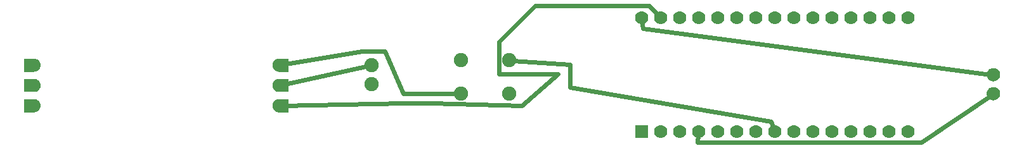
<source format=gbl>
G04 MADE WITH FRITZING*
G04 WWW.FRITZING.ORG*
G04 DOUBLE SIDED*
G04 HOLES PLATED*
G04 CONTOUR ON CENTER OF CONTOUR VECTOR*
%ASAXBY*%
%FSLAX23Y23*%
%MOIN*%
%OFA0B0*%
%SFA1.0B1.0*%
%ADD10C,0.075000*%
%ADD11C,0.070000*%
%ADD12C,0.045440*%
%ADD13R,0.070000X0.069972*%
%ADD14C,0.024000*%
%ADD15R,0.001000X0.001000*%
%LNCOPPER0*%
G90*
G70*
G54D10*
X2598Y416D03*
X2342Y416D03*
X2598Y593D03*
X2342Y593D03*
G54D11*
X3292Y216D03*
X3392Y216D03*
X3492Y216D03*
X3592Y216D03*
X3692Y216D03*
X3792Y216D03*
X3892Y216D03*
X3992Y216D03*
X4092Y216D03*
X4192Y216D03*
X4292Y216D03*
X4392Y216D03*
X4492Y216D03*
X4592Y216D03*
X4692Y216D03*
X3292Y816D03*
X3392Y816D03*
X3492Y816D03*
X3592Y816D03*
X3692Y816D03*
X3792Y816D03*
X3892Y816D03*
X3992Y816D03*
X4092Y816D03*
X4192Y816D03*
X4292Y816D03*
X4392Y816D03*
X4492Y816D03*
X4592Y816D03*
X4692Y816D03*
G54D12*
X93Y565D03*
X93Y459D03*
X93Y352D03*
X1392Y566D03*
X1392Y460D03*
X1392Y352D03*
G54D10*
X1873Y566D03*
X1873Y466D03*
G54D11*
X5142Y516D03*
X5142Y416D03*
G54D13*
X3292Y216D03*
G54D14*
X1405Y568D02*
X1822Y640D01*
D02*
X1822Y640D02*
X1942Y640D01*
D02*
X2191Y415D02*
X2325Y415D01*
D02*
X1942Y640D02*
X2040Y415D01*
D02*
X2040Y415D02*
X2191Y415D01*
D02*
X2040Y367D02*
X2191Y367D01*
D02*
X2191Y367D02*
X2662Y352D01*
D02*
X1405Y352D02*
X2040Y367D01*
D02*
X2662Y352D02*
X2854Y520D01*
D02*
X2854Y520D02*
X2542Y520D01*
D02*
X2542Y520D02*
X2542Y688D01*
D02*
X2542Y688D02*
X2734Y880D01*
D02*
X2734Y880D02*
X3334Y880D01*
D02*
X3334Y880D02*
X3380Y829D01*
D02*
X1856Y562D02*
X1404Y462D01*
D02*
X3986Y232D02*
X3972Y268D01*
X3972Y268D02*
X2916Y448D01*
X2916Y448D02*
X2916Y568D01*
X2916Y568D02*
X2616Y591D01*
D02*
X5127Y517D02*
X3300Y760D01*
X3300Y760D02*
X3295Y798D01*
D02*
X5130Y407D02*
X4764Y160D01*
X4764Y160D02*
X3588Y160D01*
X3588Y160D02*
X3591Y198D01*
G54D15*
X49Y600D02*
X103Y600D01*
X1383Y600D02*
X1437Y600D01*
X49Y599D02*
X108Y599D01*
X1378Y599D02*
X1437Y599D01*
X49Y598D02*
X111Y598D01*
X1375Y598D02*
X1437Y598D01*
X49Y597D02*
X114Y597D01*
X1373Y597D02*
X1437Y597D01*
X49Y596D02*
X116Y596D01*
X1371Y596D02*
X1437Y596D01*
X49Y595D02*
X117Y595D01*
X1369Y595D02*
X1437Y595D01*
X49Y594D02*
X119Y594D01*
X1367Y594D02*
X1437Y594D01*
X49Y593D02*
X120Y593D01*
X1366Y593D02*
X1437Y593D01*
X49Y592D02*
X121Y592D01*
X1365Y592D02*
X1437Y592D01*
X49Y591D02*
X122Y591D01*
X1364Y591D02*
X1437Y591D01*
X49Y590D02*
X123Y590D01*
X1363Y590D02*
X1437Y590D01*
X49Y589D02*
X124Y589D01*
X1362Y589D02*
X1437Y589D01*
X49Y588D02*
X125Y588D01*
X1361Y588D02*
X1437Y588D01*
X49Y587D02*
X126Y587D01*
X1360Y587D02*
X1437Y587D01*
X49Y586D02*
X127Y586D01*
X1359Y586D02*
X1437Y586D01*
X49Y585D02*
X127Y585D01*
X1359Y585D02*
X1437Y585D01*
X49Y584D02*
X128Y584D01*
X1358Y584D02*
X1437Y584D01*
X49Y583D02*
X129Y583D01*
X1357Y583D02*
X1437Y583D01*
X49Y582D02*
X129Y582D01*
X1357Y582D02*
X1437Y582D01*
X49Y581D02*
X130Y581D01*
X1356Y581D02*
X1437Y581D01*
X49Y580D02*
X130Y580D01*
X1356Y580D02*
X1437Y580D01*
X49Y579D02*
X131Y579D01*
X1355Y579D02*
X1437Y579D01*
X49Y578D02*
X131Y578D01*
X1355Y578D02*
X1437Y578D01*
X49Y577D02*
X131Y577D01*
X1355Y577D02*
X1437Y577D01*
X49Y576D02*
X132Y576D01*
X1354Y576D02*
X1437Y576D01*
X49Y575D02*
X132Y575D01*
X1354Y575D02*
X1437Y575D01*
X49Y574D02*
X132Y574D01*
X1354Y574D02*
X1437Y574D01*
X49Y573D02*
X133Y573D01*
X1354Y573D02*
X1437Y573D01*
X49Y572D02*
X133Y572D01*
X1353Y572D02*
X1437Y572D01*
X49Y571D02*
X133Y571D01*
X1353Y571D02*
X1437Y571D01*
X49Y570D02*
X133Y570D01*
X1353Y570D02*
X1437Y570D01*
X49Y569D02*
X133Y569D01*
X1353Y569D02*
X1437Y569D01*
X49Y568D02*
X133Y568D01*
X1353Y568D02*
X1437Y568D01*
X49Y567D02*
X133Y567D01*
X1353Y567D02*
X1437Y567D01*
X49Y566D02*
X133Y566D01*
X1353Y566D02*
X1437Y566D01*
X49Y565D02*
X133Y565D01*
X1353Y565D02*
X1437Y565D01*
X49Y564D02*
X133Y564D01*
X1353Y564D02*
X1437Y564D01*
X49Y563D02*
X133Y563D01*
X1353Y563D02*
X1437Y563D01*
X49Y562D02*
X133Y562D01*
X1353Y562D02*
X1437Y562D01*
X49Y561D02*
X133Y561D01*
X1353Y561D02*
X1437Y561D01*
X49Y560D02*
X133Y560D01*
X1353Y560D02*
X1437Y560D01*
X49Y559D02*
X133Y559D01*
X1353Y559D02*
X1437Y559D01*
X49Y558D02*
X133Y558D01*
X1354Y558D02*
X1437Y558D01*
X49Y557D02*
X132Y557D01*
X1354Y557D02*
X1437Y557D01*
X49Y556D02*
X132Y556D01*
X1354Y556D02*
X1437Y556D01*
X49Y555D02*
X132Y555D01*
X1354Y555D02*
X1437Y555D01*
X49Y554D02*
X131Y554D01*
X1355Y554D02*
X1437Y554D01*
X49Y553D02*
X131Y553D01*
X1355Y553D02*
X1437Y553D01*
X49Y552D02*
X131Y552D01*
X1356Y552D02*
X1437Y552D01*
X49Y551D02*
X130Y551D01*
X1356Y551D02*
X1437Y551D01*
X49Y550D02*
X130Y550D01*
X1356Y550D02*
X1437Y550D01*
X5137Y550D02*
X5148Y550D01*
X49Y549D02*
X129Y549D01*
X1357Y549D02*
X1437Y549D01*
X5133Y549D02*
X5152Y549D01*
X49Y548D02*
X129Y548D01*
X1358Y548D02*
X1437Y548D01*
X5130Y548D02*
X5155Y548D01*
X49Y547D02*
X128Y547D01*
X1358Y547D02*
X1437Y547D01*
X5128Y547D02*
X5157Y547D01*
X49Y546D02*
X127Y546D01*
X1359Y546D02*
X1437Y546D01*
X5126Y546D02*
X5159Y546D01*
X49Y545D02*
X127Y545D01*
X1360Y545D02*
X1437Y545D01*
X5124Y545D02*
X5161Y545D01*
X49Y544D02*
X126Y544D01*
X1360Y544D02*
X1437Y544D01*
X5122Y544D02*
X5162Y544D01*
X49Y543D02*
X125Y543D01*
X1361Y543D02*
X1437Y543D01*
X5121Y543D02*
X5164Y543D01*
X49Y542D02*
X124Y542D01*
X1362Y542D02*
X1437Y542D01*
X5120Y542D02*
X5165Y542D01*
X49Y541D02*
X123Y541D01*
X1363Y541D02*
X1437Y541D01*
X5119Y541D02*
X5166Y541D01*
X49Y540D02*
X122Y540D01*
X1364Y540D02*
X1437Y540D01*
X5118Y540D02*
X5167Y540D01*
X49Y539D02*
X121Y539D01*
X1365Y539D02*
X1437Y539D01*
X5117Y539D02*
X5168Y539D01*
X49Y538D02*
X120Y538D01*
X1366Y538D02*
X1437Y538D01*
X5116Y538D02*
X5169Y538D01*
X49Y537D02*
X119Y537D01*
X1368Y537D02*
X1437Y537D01*
X5115Y537D02*
X5169Y537D01*
X49Y536D02*
X117Y536D01*
X1369Y536D02*
X1437Y536D01*
X5114Y536D02*
X5170Y536D01*
X49Y535D02*
X115Y535D01*
X1371Y535D02*
X1437Y535D01*
X5114Y535D02*
X5171Y535D01*
X49Y534D02*
X113Y534D01*
X1373Y534D02*
X1437Y534D01*
X5113Y534D02*
X5171Y534D01*
X49Y533D02*
X111Y533D01*
X1375Y533D02*
X1437Y533D01*
X5113Y533D02*
X5172Y533D01*
X49Y532D02*
X108Y532D01*
X1378Y532D02*
X1437Y532D01*
X5112Y532D02*
X5173Y532D01*
X49Y531D02*
X101Y531D01*
X1385Y531D02*
X1437Y531D01*
X5112Y531D02*
X5173Y531D01*
X5111Y530D02*
X5137Y530D01*
X5148Y530D02*
X5174Y530D01*
X5111Y529D02*
X5135Y529D01*
X5150Y529D02*
X5174Y529D01*
X5110Y528D02*
X5133Y528D01*
X5151Y528D02*
X5174Y528D01*
X5110Y527D02*
X5132Y527D01*
X5153Y527D02*
X5175Y527D01*
X5110Y526D02*
X5131Y526D01*
X5154Y526D02*
X5175Y526D01*
X5109Y525D02*
X5130Y525D01*
X5155Y525D02*
X5175Y525D01*
X5109Y524D02*
X5129Y524D01*
X5155Y524D02*
X5176Y524D01*
X5109Y523D02*
X5129Y523D01*
X5156Y523D02*
X5176Y523D01*
X5109Y522D02*
X5128Y522D01*
X5157Y522D02*
X5176Y522D01*
X5108Y521D02*
X5128Y521D01*
X5157Y521D02*
X5176Y521D01*
X5108Y520D02*
X5127Y520D01*
X5157Y520D02*
X5176Y520D01*
X5108Y519D02*
X5127Y519D01*
X5158Y519D02*
X5177Y519D01*
X5108Y518D02*
X5127Y518D01*
X5158Y518D02*
X5177Y518D01*
X5108Y517D02*
X5127Y517D01*
X5158Y517D02*
X5177Y517D01*
X5108Y516D02*
X5127Y516D01*
X5158Y516D02*
X5177Y516D01*
X5108Y515D02*
X5127Y515D01*
X5158Y515D02*
X5177Y515D01*
X5108Y514D02*
X5127Y514D01*
X5158Y514D02*
X5177Y514D01*
X5108Y513D02*
X5127Y513D01*
X5158Y513D02*
X5177Y513D01*
X5108Y512D02*
X5127Y512D01*
X5157Y512D02*
X5177Y512D01*
X5108Y511D02*
X5127Y511D01*
X5157Y511D02*
X5176Y511D01*
X5108Y510D02*
X5128Y510D01*
X5157Y510D02*
X5176Y510D01*
X5109Y509D02*
X5128Y509D01*
X5156Y509D02*
X5176Y509D01*
X5109Y508D02*
X5129Y508D01*
X5156Y508D02*
X5176Y508D01*
X5109Y507D02*
X5130Y507D01*
X5155Y507D02*
X5176Y507D01*
X5109Y506D02*
X5130Y506D01*
X5154Y506D02*
X5175Y506D01*
X5110Y505D02*
X5131Y505D01*
X5153Y505D02*
X5175Y505D01*
X5110Y504D02*
X5132Y504D01*
X5152Y504D02*
X5175Y504D01*
X5110Y503D02*
X5134Y503D01*
X5151Y503D02*
X5174Y503D01*
X5111Y502D02*
X5135Y502D01*
X5149Y502D02*
X5174Y502D01*
X5111Y501D02*
X5138Y501D01*
X5146Y501D02*
X5173Y501D01*
X5112Y500D02*
X5173Y500D01*
X5112Y499D02*
X5172Y499D01*
X5113Y498D02*
X5172Y498D01*
X5113Y497D02*
X5171Y497D01*
X5114Y496D02*
X5171Y496D01*
X5115Y495D02*
X5170Y495D01*
X5115Y494D02*
X5169Y494D01*
X49Y493D02*
X106Y493D01*
X1380Y493D02*
X1437Y493D01*
X5116Y493D02*
X5168Y493D01*
X49Y492D02*
X110Y492D01*
X1376Y492D02*
X1437Y492D01*
X5117Y492D02*
X5167Y492D01*
X49Y491D02*
X112Y491D01*
X1374Y491D02*
X1437Y491D01*
X5118Y491D02*
X5167Y491D01*
X49Y490D02*
X114Y490D01*
X1372Y490D02*
X1437Y490D01*
X5119Y490D02*
X5165Y490D01*
X49Y489D02*
X116Y489D01*
X1370Y489D02*
X1437Y489D01*
X5120Y489D02*
X5164Y489D01*
X49Y488D02*
X118Y488D01*
X1368Y488D02*
X1437Y488D01*
X5122Y488D02*
X5163Y488D01*
X49Y487D02*
X119Y487D01*
X1367Y487D02*
X1437Y487D01*
X5123Y487D02*
X5162Y487D01*
X49Y486D02*
X121Y486D01*
X1366Y486D02*
X1437Y486D01*
X5125Y486D02*
X5160Y486D01*
X49Y485D02*
X122Y485D01*
X1364Y485D02*
X1437Y485D01*
X5126Y485D02*
X5158Y485D01*
X49Y484D02*
X123Y484D01*
X1363Y484D02*
X1437Y484D01*
X5129Y484D02*
X5156Y484D01*
X49Y483D02*
X124Y483D01*
X1362Y483D02*
X1437Y483D01*
X5131Y483D02*
X5154Y483D01*
X49Y482D02*
X125Y482D01*
X1361Y482D02*
X1437Y482D01*
X5134Y482D02*
X5151Y482D01*
X49Y481D02*
X126Y481D01*
X1361Y481D02*
X1437Y481D01*
X5139Y481D02*
X5146Y481D01*
X49Y480D02*
X126Y480D01*
X1360Y480D02*
X1437Y480D01*
X49Y479D02*
X127Y479D01*
X1359Y479D02*
X1437Y479D01*
X49Y478D02*
X128Y478D01*
X1358Y478D02*
X1437Y478D01*
X49Y477D02*
X128Y477D01*
X1358Y477D02*
X1437Y477D01*
X49Y476D02*
X129Y476D01*
X1357Y476D02*
X1437Y476D01*
X49Y475D02*
X129Y475D01*
X1357Y475D02*
X1437Y475D01*
X49Y474D02*
X130Y474D01*
X1356Y474D02*
X1437Y474D01*
X49Y473D02*
X130Y473D01*
X1356Y473D02*
X1437Y473D01*
X49Y472D02*
X131Y472D01*
X1355Y472D02*
X1437Y472D01*
X49Y471D02*
X131Y471D01*
X1355Y471D02*
X1437Y471D01*
X49Y470D02*
X132Y470D01*
X1355Y470D02*
X1437Y470D01*
X49Y469D02*
X132Y469D01*
X1354Y469D02*
X1437Y469D01*
X49Y468D02*
X132Y468D01*
X1354Y468D02*
X1437Y468D01*
X49Y467D02*
X132Y467D01*
X1354Y467D02*
X1437Y467D01*
X49Y466D02*
X133Y466D01*
X1354Y466D02*
X1437Y466D01*
X49Y465D02*
X133Y465D01*
X1353Y465D02*
X1437Y465D01*
X49Y464D02*
X133Y464D01*
X1353Y464D02*
X1437Y464D01*
X49Y463D02*
X133Y463D01*
X1353Y463D02*
X1437Y463D01*
X49Y462D02*
X133Y462D01*
X1353Y462D02*
X1437Y462D01*
X49Y461D02*
X133Y461D01*
X1353Y461D02*
X1437Y461D01*
X49Y460D02*
X133Y460D01*
X1353Y460D02*
X1437Y460D01*
X49Y459D02*
X133Y459D01*
X1353Y459D02*
X1437Y459D01*
X49Y458D02*
X133Y458D01*
X1353Y458D02*
X1437Y458D01*
X49Y457D02*
X133Y457D01*
X1353Y457D02*
X1437Y457D01*
X49Y456D02*
X133Y456D01*
X1353Y456D02*
X1437Y456D01*
X49Y455D02*
X133Y455D01*
X1353Y455D02*
X1437Y455D01*
X49Y454D02*
X133Y454D01*
X1353Y454D02*
X1437Y454D01*
X49Y453D02*
X133Y453D01*
X1353Y453D02*
X1437Y453D01*
X49Y452D02*
X133Y452D01*
X1354Y452D02*
X1437Y452D01*
X49Y451D02*
X132Y451D01*
X1354Y451D02*
X1437Y451D01*
X49Y450D02*
X132Y450D01*
X1354Y450D02*
X1437Y450D01*
X5136Y450D02*
X5148Y450D01*
X49Y449D02*
X132Y449D01*
X1354Y449D02*
X1437Y449D01*
X5132Y449D02*
X5152Y449D01*
X49Y448D02*
X132Y448D01*
X1355Y448D02*
X1437Y448D01*
X5130Y448D02*
X5155Y448D01*
X49Y447D02*
X131Y447D01*
X1355Y447D02*
X1437Y447D01*
X5128Y447D02*
X5157Y447D01*
X49Y446D02*
X131Y446D01*
X1355Y446D02*
X1437Y446D01*
X5126Y446D02*
X5159Y446D01*
X49Y445D02*
X130Y445D01*
X1356Y445D02*
X1437Y445D01*
X5124Y445D02*
X5161Y445D01*
X49Y444D02*
X130Y444D01*
X1356Y444D02*
X1437Y444D01*
X5122Y444D02*
X5162Y444D01*
X49Y443D02*
X129Y443D01*
X1357Y443D02*
X1437Y443D01*
X5121Y443D02*
X5164Y443D01*
X49Y442D02*
X129Y442D01*
X1357Y442D02*
X1437Y442D01*
X5120Y442D02*
X5165Y442D01*
X49Y441D02*
X128Y441D01*
X1358Y441D02*
X1437Y441D01*
X5119Y441D02*
X5166Y441D01*
X49Y440D02*
X128Y440D01*
X1358Y440D02*
X1437Y440D01*
X5118Y440D02*
X5167Y440D01*
X49Y439D02*
X127Y439D01*
X1359Y439D02*
X1437Y439D01*
X5117Y439D02*
X5168Y439D01*
X49Y438D02*
X126Y438D01*
X1360Y438D02*
X1437Y438D01*
X5116Y438D02*
X5169Y438D01*
X49Y437D02*
X126Y437D01*
X1361Y437D02*
X1437Y437D01*
X5115Y437D02*
X5169Y437D01*
X49Y436D02*
X125Y436D01*
X1361Y436D02*
X1437Y436D01*
X5114Y436D02*
X5170Y436D01*
X49Y435D02*
X124Y435D01*
X1362Y435D02*
X1437Y435D01*
X5114Y435D02*
X5171Y435D01*
X49Y434D02*
X123Y434D01*
X1363Y434D02*
X1437Y434D01*
X5113Y434D02*
X5171Y434D01*
X49Y433D02*
X122Y433D01*
X1364Y433D02*
X1437Y433D01*
X5113Y433D02*
X5172Y433D01*
X49Y432D02*
X121Y432D01*
X1366Y432D02*
X1437Y432D01*
X5112Y432D02*
X5173Y432D01*
X49Y431D02*
X119Y431D01*
X1367Y431D02*
X1437Y431D01*
X5112Y431D02*
X5173Y431D01*
X49Y430D02*
X118Y430D01*
X1368Y430D02*
X1437Y430D01*
X5111Y430D02*
X5137Y430D01*
X5148Y430D02*
X5174Y430D01*
X49Y429D02*
X116Y429D01*
X1370Y429D02*
X1437Y429D01*
X5111Y429D02*
X5135Y429D01*
X5150Y429D02*
X5174Y429D01*
X49Y428D02*
X115Y428D01*
X1372Y428D02*
X1437Y428D01*
X5110Y428D02*
X5133Y428D01*
X5152Y428D02*
X5174Y428D01*
X49Y427D02*
X112Y427D01*
X1374Y427D02*
X1437Y427D01*
X5110Y427D02*
X5132Y427D01*
X5153Y427D02*
X5175Y427D01*
X49Y426D02*
X110Y426D01*
X1376Y426D02*
X1437Y426D01*
X5110Y426D02*
X5131Y426D01*
X5154Y426D02*
X5175Y426D01*
X49Y425D02*
X106Y425D01*
X1380Y425D02*
X1437Y425D01*
X5109Y425D02*
X5130Y425D01*
X5155Y425D02*
X5175Y425D01*
X5109Y424D02*
X5129Y424D01*
X5155Y424D02*
X5176Y424D01*
X5109Y423D02*
X5129Y423D01*
X5156Y423D02*
X5176Y423D01*
X5109Y422D02*
X5128Y422D01*
X5157Y422D02*
X5176Y422D01*
X5108Y421D02*
X5128Y421D01*
X5157Y421D02*
X5176Y421D01*
X5108Y420D02*
X5127Y420D01*
X5157Y420D02*
X5176Y420D01*
X5108Y419D02*
X5127Y419D01*
X5158Y419D02*
X5177Y419D01*
X5108Y418D02*
X5127Y418D01*
X5158Y418D02*
X5177Y418D01*
X5108Y417D02*
X5127Y417D01*
X5158Y417D02*
X5177Y417D01*
X5108Y416D02*
X5127Y416D01*
X5158Y416D02*
X5177Y416D01*
X5108Y415D02*
X5127Y415D01*
X5158Y415D02*
X5177Y415D01*
X5108Y414D02*
X5127Y414D01*
X5158Y414D02*
X5177Y414D01*
X5108Y413D02*
X5127Y413D01*
X5158Y413D02*
X5177Y413D01*
X5108Y412D02*
X5127Y412D01*
X5157Y412D02*
X5177Y412D01*
X5108Y411D02*
X5127Y411D01*
X5157Y411D02*
X5176Y411D01*
X5108Y410D02*
X5128Y410D01*
X5157Y410D02*
X5176Y410D01*
X5109Y409D02*
X5128Y409D01*
X5156Y409D02*
X5176Y409D01*
X5109Y408D02*
X5129Y408D01*
X5156Y408D02*
X5176Y408D01*
X5109Y407D02*
X5130Y407D01*
X5155Y407D02*
X5176Y407D01*
X5109Y406D02*
X5130Y406D01*
X5154Y406D02*
X5175Y406D01*
X5110Y405D02*
X5131Y405D01*
X5153Y405D02*
X5175Y405D01*
X5110Y404D02*
X5133Y404D01*
X5152Y404D02*
X5175Y404D01*
X5110Y403D02*
X5134Y403D01*
X5151Y403D02*
X5174Y403D01*
X5111Y402D02*
X5136Y402D01*
X5149Y402D02*
X5174Y402D01*
X5111Y401D02*
X5139Y401D01*
X5146Y401D02*
X5173Y401D01*
X5112Y400D02*
X5173Y400D01*
X5112Y399D02*
X5172Y399D01*
X5113Y398D02*
X5172Y398D01*
X5113Y397D02*
X5171Y397D01*
X5114Y396D02*
X5171Y396D01*
X5115Y395D02*
X5170Y395D01*
X5116Y394D02*
X5169Y394D01*
X5116Y393D02*
X5168Y393D01*
X5117Y392D02*
X5167Y392D01*
X5118Y391D02*
X5167Y391D01*
X5119Y390D02*
X5165Y390D01*
X5120Y389D02*
X5164Y389D01*
X5122Y388D02*
X5163Y388D01*
X50Y387D02*
X100Y387D01*
X1386Y387D02*
X1437Y387D01*
X5123Y387D02*
X5162Y387D01*
X49Y386D02*
X108Y386D01*
X1379Y386D02*
X1437Y386D01*
X5125Y386D02*
X5160Y386D01*
X49Y385D02*
X111Y385D01*
X1375Y385D02*
X1437Y385D01*
X5127Y385D02*
X5158Y385D01*
X49Y384D02*
X113Y384D01*
X1373Y384D02*
X1437Y384D01*
X5129Y384D02*
X5156Y384D01*
X49Y383D02*
X115Y383D01*
X1371Y383D02*
X1437Y383D01*
X5131Y383D02*
X5153Y383D01*
X49Y382D02*
X117Y382D01*
X1369Y382D02*
X1437Y382D01*
X5134Y382D02*
X5150Y382D01*
X49Y381D02*
X118Y381D01*
X1368Y381D02*
X1437Y381D01*
X5139Y381D02*
X5145Y381D01*
X49Y380D02*
X120Y380D01*
X1366Y380D02*
X1437Y380D01*
X49Y379D02*
X121Y379D01*
X1365Y379D02*
X1437Y379D01*
X49Y378D02*
X122Y378D01*
X1364Y378D02*
X1437Y378D01*
X49Y377D02*
X123Y377D01*
X1363Y377D02*
X1437Y377D01*
X49Y376D02*
X124Y376D01*
X1362Y376D02*
X1437Y376D01*
X49Y375D02*
X125Y375D01*
X1361Y375D02*
X1437Y375D01*
X49Y374D02*
X126Y374D01*
X1360Y374D02*
X1437Y374D01*
X49Y373D02*
X127Y373D01*
X1360Y373D02*
X1437Y373D01*
X49Y372D02*
X127Y372D01*
X1359Y372D02*
X1437Y372D01*
X49Y371D02*
X128Y371D01*
X1358Y371D02*
X1437Y371D01*
X49Y370D02*
X129Y370D01*
X1358Y370D02*
X1437Y370D01*
X49Y369D02*
X129Y369D01*
X1357Y369D02*
X1437Y369D01*
X49Y368D02*
X130Y368D01*
X1357Y368D02*
X1437Y368D01*
X49Y367D02*
X130Y367D01*
X1356Y367D02*
X1437Y367D01*
X49Y366D02*
X131Y366D01*
X1356Y366D02*
X1437Y366D01*
X49Y365D02*
X131Y365D01*
X1355Y365D02*
X1437Y365D01*
X49Y364D02*
X131Y364D01*
X1355Y364D02*
X1437Y364D01*
X49Y363D02*
X132Y363D01*
X1354Y363D02*
X1437Y363D01*
X49Y362D02*
X132Y362D01*
X1354Y362D02*
X1437Y362D01*
X49Y361D02*
X132Y361D01*
X1354Y361D02*
X1437Y361D01*
X49Y360D02*
X133Y360D01*
X1354Y360D02*
X1437Y360D01*
X49Y359D02*
X133Y359D01*
X1353Y359D02*
X1437Y359D01*
X49Y358D02*
X133Y358D01*
X1353Y358D02*
X1437Y358D01*
X49Y357D02*
X133Y357D01*
X1353Y357D02*
X1437Y357D01*
X49Y356D02*
X133Y356D01*
X1353Y356D02*
X1437Y356D01*
X49Y355D02*
X133Y355D01*
X1353Y355D02*
X1437Y355D01*
X49Y354D02*
X133Y354D01*
X1353Y354D02*
X1437Y354D01*
X49Y353D02*
X134Y353D01*
X1353Y353D02*
X1437Y353D01*
X49Y352D02*
X133Y352D01*
X1353Y352D02*
X1437Y352D01*
X49Y351D02*
X133Y351D01*
X1353Y351D02*
X1437Y351D01*
X49Y350D02*
X133Y350D01*
X1353Y350D02*
X1437Y350D01*
X49Y349D02*
X133Y349D01*
X1353Y349D02*
X1437Y349D01*
X49Y348D02*
X133Y348D01*
X1353Y348D02*
X1437Y348D01*
X49Y347D02*
X133Y347D01*
X1353Y347D02*
X1437Y347D01*
X49Y346D02*
X133Y346D01*
X1353Y346D02*
X1437Y346D01*
X49Y345D02*
X133Y345D01*
X1354Y345D02*
X1437Y345D01*
X49Y344D02*
X132Y344D01*
X1354Y344D02*
X1437Y344D01*
X49Y343D02*
X132Y343D01*
X1354Y343D02*
X1437Y343D01*
X49Y342D02*
X132Y342D01*
X1354Y342D02*
X1437Y342D01*
X49Y341D02*
X131Y341D01*
X1355Y341D02*
X1437Y341D01*
X49Y340D02*
X131Y340D01*
X1355Y340D02*
X1437Y340D01*
X49Y339D02*
X131Y339D01*
X1355Y339D02*
X1437Y339D01*
X49Y338D02*
X130Y338D01*
X1356Y338D02*
X1437Y338D01*
X49Y337D02*
X130Y337D01*
X1356Y337D02*
X1437Y337D01*
X49Y336D02*
X129Y336D01*
X1357Y336D02*
X1437Y336D01*
X49Y335D02*
X129Y335D01*
X1357Y335D02*
X1437Y335D01*
X49Y334D02*
X128Y334D01*
X1358Y334D02*
X1437Y334D01*
X49Y333D02*
X128Y333D01*
X1359Y333D02*
X1437Y333D01*
X49Y332D02*
X127Y332D01*
X1359Y332D02*
X1437Y332D01*
X49Y331D02*
X126Y331D01*
X1360Y331D02*
X1437Y331D01*
X49Y330D02*
X125Y330D01*
X1361Y330D02*
X1437Y330D01*
X49Y329D02*
X124Y329D01*
X1362Y329D02*
X1437Y329D01*
X49Y328D02*
X123Y328D01*
X1363Y328D02*
X1437Y328D01*
X49Y327D02*
X122Y327D01*
X1364Y327D02*
X1437Y327D01*
X49Y326D02*
X121Y326D01*
X1365Y326D02*
X1437Y326D01*
X49Y325D02*
X120Y325D01*
X1366Y325D02*
X1437Y325D01*
X49Y324D02*
X119Y324D01*
X1367Y324D02*
X1437Y324D01*
X49Y323D02*
X117Y323D01*
X1369Y323D02*
X1437Y323D01*
X49Y322D02*
X116Y322D01*
X1370Y322D02*
X1437Y322D01*
X49Y321D02*
X114Y321D01*
X1372Y321D02*
X1437Y321D01*
X49Y320D02*
X111Y320D01*
X1375Y320D02*
X1437Y320D01*
X49Y319D02*
X108Y319D01*
X1378Y319D02*
X1437Y319D01*
X49Y318D02*
X104Y318D01*
X1382Y318D02*
X1437Y318D01*
D02*
G04 End of Copper0*
M02*
</source>
